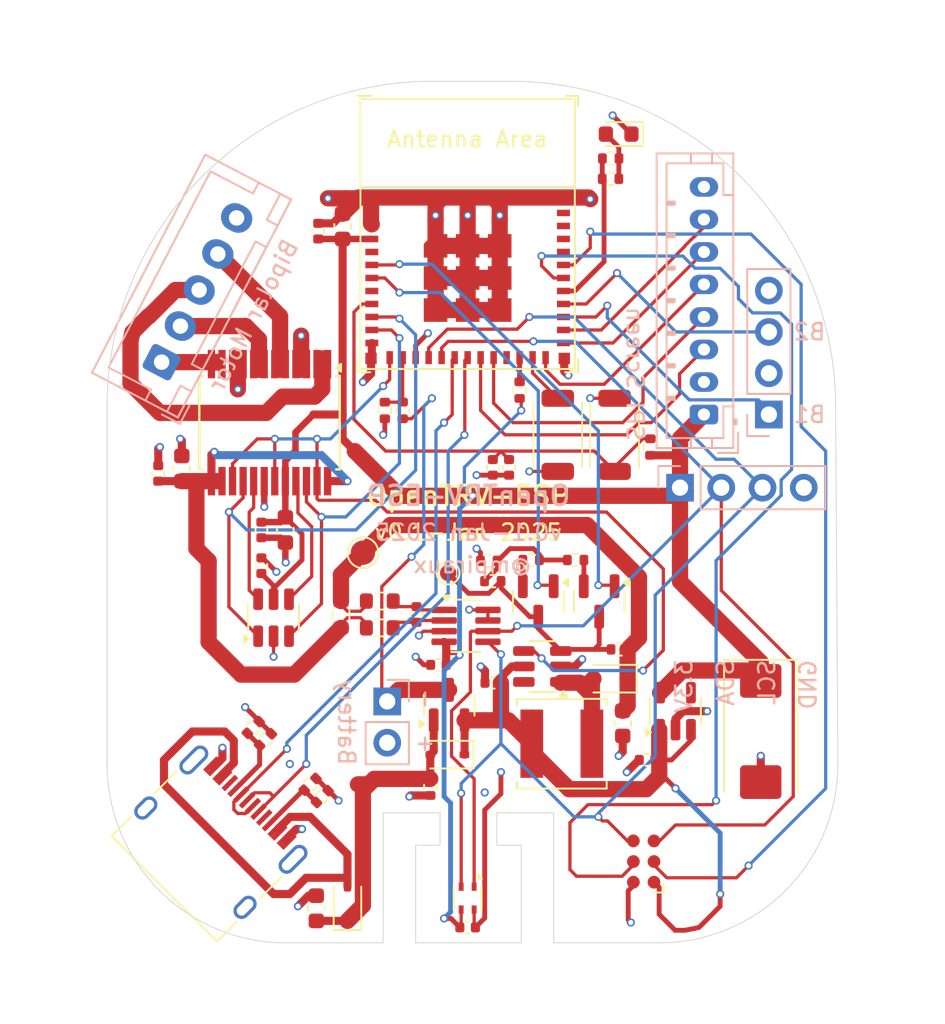
<source format=kicad_pcb>
(kicad_pcb (version 20240108) (generator "pcbnew") (generator_version "8.0")
  (layers (0 "F.Cu" signal) (1 "In1.Cu" power) (2 "In2.Cu" power) (31 "B.Cu" signal) (34 "B.Paste" user) (35 "F.Paste" user) (36 "B.SilkS" user "B.Silkscreen") (37 "F.SilkS" user "F.Silkscreen") (38 "B.Mask" user) (39 "F.Mask" user) (44 "Edge.Cuts" user))
  (net 0 "")
  (net 1 "GND")
  (net 2 "/V_BAT")
  (net 3 "+3.3V")
  (net 4 "+5V")
  (net 5 "/VIN_LS")
  (net 6 "/RXD")
  (net 7 "/SDA")
  (net 8 "/SCL")
  (net 9 "/TXD")
  (net 12 "/USB_D-")
  (net 13 "/USB_D+")
  (net 14 "Net-(P1-CC1)")
  (net 17 "Net-(P1-CC2)")
  (net 18 "/V_BAT_SENSE")
  (net 19 "/V_SM")
  (net 20 "/LED_CTRL")
  (net 21 "Net-(Q2-D)")
  (net 22 "Net-(Q2-S)")
  (net 23 "/SEL_12V_VMS")
  (net 24 "/SEL_9V_VMS")
  (net 25 "Net-(Q3-S)")
  (net 26 "/EN_SM")
  (net 27 "/DIR1")
  (net 28 "Net-(D4-K)")
  (net 29 "Net-(D4-A)")
  (net 30 "/VIN_5V")
  (net 31 "/DIR2")
  (net 32 "Net-(U3-EN{slash}CHIP_PU)")
  (net 33 "Net-(U7-IN-)")
  (net 34 "Net-(U7-IN+)")
  (net 35 "Net-(D2-A)")
  (net 36 "/BTN1")
  (net 37 "/BTN2")
  (net 39 "Net-(J5-Pin_4)")
  (net 40 "Net-(J5-Pin_1)")
  (net 41 "Net-(J5-Pin_3)")
  (net 42 "Net-(J5-Pin_2)")
  (net 43 "Net-(U3-GPIO8)")
  (net 44 "Net-(R13-Pad1)")
  (net 45 "Net-(U3-GPIO9)")
  (net 48 "/RST")
  (net 50 "/DC")
  (net 53 "/CLK")
  (net 55 "/CS")
  (net 56 "/DIN")
  (net 60 "Net-(U5-1Y)")
  (net 61 "Net-(U5-2Y)")
  (net 62 "/BUSY")
  (footprint "Resistor_SMD:R_0402_1005Metric" (layer "F.Cu") (at 75.54 79.95)
    (property "Reference" "R12" (hide yes))
    (property "Value" "1M")
  )
  (footprint "Package_TO_SOT_SMD:SOT-23-6" (layer "F.Cu") (at 54.25 78 90)
    (property "Reference" "U5" (hide yes))
    (property "Value" "SN74LVC2G14DBV")
  )
  (footprint "Capacitor_SMD:C_0603_1608Metric" (layer "F.Cu") (at 58.5 53.925 90)
    (property "Reference" "C5" (hide yes))
    (property "Value" "10µ")
  )
  (footprint "Capacitor_SMD:C_0402_1005Metric" (layer "F.Cu") (at 53.5 74.8 90)
    (property "Reference" "C10" (hide yes))
    (property "Value" "100n")
  )
  (footprint "Capacitor_SMD:C_0402_1005Metric" (layer "F.Cu") (at 63.05 77.8 -90)
    (property "Reference" "C18" (hide yes))
    (property "Value" "100n")
  )
  (footprint "Connector:Tag-Connect_TC2030-IDC-FP_2x03_P1.27mm_Vertical" (layer "F.Cu") (at 77.04 93 90)
    (property "Reference" "J1" (hide yes))
    (property "Value" "TagConnect_TC2030")
  )
  (footprint "Capacitor_SMD:C_0603_1608Metric" (layer "F.Cu") (at 48.6 68.825 90)
    (property "Reference" "C15" (hide yes))
    (property "Value" "10µ")
  )
  (footprint "Sensor_Humidity:Sensirion_DFN-4_1.5x1.5mm_P0.8mm_SHT4x_NoCentralPad" (layer "F.Cu") (at 66.2 95.25 -90)
    (property "Reference" "U1" (hide yes))
    (property "Value" "SHT40")
  )
  (footprint "Resistor_SMD:R_0402_1005Metric" (layer "F.Cu") (at 77.45 67.5 90)
    (property "Reference" "R3" (hide yes))
    (property "Value" "10k")
  )
  (footprint "Capacitor_SMD:C_0402_1005Metric" (layer "F.Cu") (at 67.75 68.75 90)
    (property "Reference" "C4" (hide yes))
    (property "Value" "100n")
  )
  (footprint "Capacitor_SMD:C_0402_1005Metric" (layer "F.Cu") (at 57 54.22 90)
    (property "Reference" "C7" (hide yes))
    (property "Value" "100n")
  )
  (footprint "Resistor_SMD:R_0402_1005Metric" (layer "F.Cu") (at 53 84.75 -135)
    (property "Reference" "R11" (hide yes))
    (property "Value" "10k")
  )
  (footprint "Resistor_SMD:R_0402_1005Metric" (layer "F.Cu") (at 70.11 74.45 180)
    (property "Reference" "R14" (hide yes))
    (property "Value" "180k")
  )
  (footprint "Capacitor_SMD:C_0603_1608Metric" (layer "F.Cu") (at 75.75 84.5 -90)
    (property "Reference" "C13" (hide yes))
    (property "Value" "10uF 25V X5R")
  )
  (footprint "Resistor_SMD:R_0402_1005Metric" (layer "F.Cu") (at 67.75 75.75)
    (property "Reference" "R15" (hide yes))
    (property "Value" "180k")
  )
  (footprint "Capacitor_SMD:C_0402_1005Metric" (layer "F.Cu") (at 67.75 82 180)
    (property "Reference" "C8" (hide yes))
    (property "Value" "1µ")
  )
  (footprint "Capacitor_Tantalum_SMD:CP_EIA-7343-20_Kemet-V" (layer "F.Cu") (at 84.25 85 -90)
    (property "Reference" "C6" (hide yes))
    (property "Value" "330uF 6.3V")
  )
  (footprint "Package_TO_SOT_SMD:SOT-23-5" (layer "F.Cu") (at 79 83.75 90)
    (property "Reference" "U2" (hide yes))
    (property "Value" "HT7833")
  )
  (footprint "Resistor_SMD:R_0402_1005Metric" (layer "F.Cu") (at 75 51)
    (property "Reference" "R7" (hide yes))
    (property "Value" "10k")
  )
  (footprint "Resistor_SMD:R_0603_1608Metric" (layer "F.Cu") (at 60.79 76.975 180)
    (property "Reference" "R17" (hide yes))
    (property "Value" "100R")
  )
  (footprint "MountingHole:MountingHole_2.7mm_M2.5" (layer "F.Cu") (at 47.6 76)
    (property "Reference" "REF**" (hide yes))
    (property "Value" "MountingHole_2.7mm_M2.5")
  )
  (footprint "Resistor_SMD:R_0402_1005Metric" (layer "F.Cu") (at 62.2 65.25 -90)
    (property "Reference" "R1" (hide yes))
    (property "Value" "1M")
  )
  (footprint "Capacitor_SMD:C_0402_1005Metric" (layer "F.Cu") (at 64.4 80.9 180)
    (property "Reference" "C17" (hide yes))
    (property "Value" "100n")
  )
  (footprint "MountingHole:MountingHole_2.7mm_M2.5" (layer "F.Cu") (at 85.4 76)
    (property "Reference" "REF**" (hide yes))
    (property "Value" "MountingHole_2.7mm_M2.5")
  )
  (footprint "Diode_SMD:D_SOD-323" (layer "F.Cu") (at 58.8 95.6 90)
    (property "Reference" "D3" (hide yes))
    (property "Value" "1N5819WS")
  )
  (footprint "Package_TO_SOT_SMD:SOT-23" (layer "F.Cu") (at 70.55 77 -90)
    (property "Reference" "Q3" (hide yes))
    (property "Value" "BSS123")
  )
  (footprint "Resistor_SMD:R_0402_1005Metric" (layer "F.Cu") (at 69.4 64 -90)
    (property "Reference" "R5" (hide yes))
    (property "Value" "10k")
  )
  (footprint "Capacitor_SMD:C_0603_1608Metric" (layer "F.Cu") (at 54.975 72.6 -90)
    (property "Reference" "C11" (hide yes))
    (property "Value" "10µ")
  )
  (footprint "Resistor_SMD:R_0603_1608Metric" (layer "F.Cu") (at 60.79 78.625 180)
    (property "Reference" "R19" (hide yes))
    (property "Value" "100R")
  )
  (footprint "Package_TO_SOT_SMD:SOT-23-8_Handsoldering" (layer "F.Cu") (at 66.1 78.5)
    (property "Reference" "U7" (hide yes))
    (property "Value" "INA219AxDCN")
  )
  (footprint "TestPoint:TestPoint_Pad_D1.0mm" (layer "F.Cu") (at 65 75.25)
    (property "Reference" "TP2" (hide yes))
    (property "Value" "V_SM")
  )
  (footprint "Inductor_SMD:L_Sunlord_SWPA5040S" (layer "F.Cu") (at 72 85.75)
    (property "Reference" "L1" (hide yes))
    (property "Value" "2.2uH")
  )
  (footprint "Resistor_SMD:R_0402_1005Metric" (layer "F.Cu") (at 57.25 89 45)
    (property "Reference" "R9" (hide yes))
    (property "Value" "10k")
  )
  (footprint "PCM_Espressif:ESP32-C6-MINI-1" (layer "F.Cu") (at 66.2 54.4)
    (property "Reference" "U3" (hide yes))
    (property "Value" "ESP32-C6-MINI-1/U")
  )
  (footprint "Capacitor_SMD:C_0402_1005Metric" (layer "F.Cu") (at 53.5 72.6 -90)
    (property "Reference" "C12" (hide yes))
    (property "Value" "100n")
  )
  (footprint "Resistor_SMD:R_0402_1005Metric" (layer "F.Cu") (at 72.85 74.45)
    (property "Reference" "R13" (hide yes))
    (property "Value" "180k")
  )
  (footprint "Package_TO_SOT_SMD:SOT-23" (layer "F.Cu") (at 65.06 83.375 90)
    (property "Reference" "Q1" (hide yes))
    (property "Value" "FDN340P")
  )
  (footprint "Capacitor_SMD:C_0402_1005Metric" (layer "F.Cu") (at 68.75 68.75 -90)
    (property "Reference" "C3" (hide yes))
    (property "Value" "1µ")
  )
  (footprint "Resistor_SMD:R_0402_1005Metric" (layer "F.Cu") (at 53.75 85.5 -135)
    (property "Reference" "R10" (hide yes))
    (property "Value" "10k")
  )
  (footprint "Connector_USB:USB_C_Receptacle_XKB_U262-16XN-4BVC11" (layer "F.Cu") (at 50.198475 92.001526 -45)
    (property "Reference" "P1" (hide yes))
    (property "Value" "USB_C_Plug_USB2.0")
  )
  (footprint "Package_TO_SOT_SMD:SOT-23-6" (layer "F.Cu") (at 70.8 81 180)
    (property "Reference" "U4" (hide yes))
    (property "Value" "TLV61048")
  )
  (footprint "Resistor_SMD:R_0402_1005Metric" (layer "F.Cu") (at 61.1 65.25 90)
    (property "Reference" "R2" (hide yes))
    (property "Value" "1M")
  )
  (footprint "Resistor_SMD:R_0402_1005Metric" (layer "F.Cu") (at 63.9 88.425 90)
    (property "Reference" "R4" (hide yes))
    (property "Value" "1M")
  )
  (footprint "Diode_SMD:D_SOD-323" (layer "F.Cu") (at 64.95 86.425 180)
    (property "Reference" "D1" (hide yes))
    (property "Value" "1N5819WS")
  )
  (footprint "Resistor_SMD:R_0603_1608Metric" (layer "F.Cu") (at 58.4 77.8 -90)
    (property "Reference" "R18" (hide yes))
    (property "Value" "20m")
  )
  (footprint "LED_SMD:LED_0603_1608Metric" (layer "F.Cu") (at 75.5 48.25 180)
    (property "Reference" "D2" (hide yes))
    (property "Value" "LED")
  )
  (footprint "Capacitor_SMD:C_0402_1005Metric" (layer "F.Cu") (at 47.15 69.12 90)
    (property "Reference" "C16" (hide yes))
    (property "Value" "100n")
  )
  (footprint "Resistor_SMD:R_0402_1005Metric" (layer "F.Cu") (at 67.5 74.5)
    (property "Reference" "R16" (hide yes))
    (property "Value" "10k")
  )
  (footprint "Package_TO_SOT_SMD:SOT-23" (layer "F.Cu") (at 74.3 77 -90)
    (property "Reference" "Q2" (hide yes))
    (property "Value" "BSS123")
  )
  (footprint "Resistor_SMD:R_0402_1005Metric" (layer "F.Cu") (at 75.01 49.75 180)
    (property "Reference" "R6" (hide yes))
    (property "Value" "10k")
  )
  (footprint "Capacitor_SMD:C_0603_1608Metric" (layer "F.Cu") (at 56.88 95.875 90)
    (property "Reference" "C9" (hide yes))
    (property "Value" "10µ")
  )
  (footprint "Package_SO:SSOP-24_5.3x8.2mm_P0.65mm" (layer "F.Cu") (at 54 66 -90)
    (property "Reference" "U6" (hide yes))
    (property "Value" "TB6612FNG")
  )
  (footprint "Capacitor_SMD:C_0402_1005Metric" (layer "F.Cu") (at 66.2 97.05)
    (property "Reference" "C1" (hide yes))
    (property "Value" "100n")
  )
  (footprint "mpiraux:DEALON_5.5x2m" (layer "F.Cu") (at 71.75 66.75 -90)
    (property "Reference" "SW2" (hide yes))
    (property "Value" "Boot")
  )
  (footprint "mpiraux:DEALON_5.5x2m" (layer "F.Cu") (at 75.25 66.75 -90)
    (property "Reference" "SW1" (hide yes))
    (property "Value" "EN Push")
  )
  (footprint "Resistor_SMD:R_0402_1005Metric" (layer "F.Cu") (at 56.5 88.25 45)
    (property "Reference" "R8" (hide yes))
    (property "Value" "10k")
  )
  (footprint "TestPoint:TestPoint_Pad_D1.5mm" (layer "F.Cu") (at 59.75 74)
    (property "Reference" "TP1" (hide yes))
    (property "Value" "V_SM")
  )
  (footprint "Capacitor_SMD:C_0402_1005Metric" (layer "F.Cu") (at 77.25 86.75 180)
    (property "Reference" "C2" (hide yes))
    (property "Value" "1µ")
  )
  (footprint "Diode_SMD:D_SOD-323" (layer "F.Cu") (at 75 81.75 180)
    (property "Reference" "D4" (hide yes))
    (property "Value" "1N5819WS")
  )
  (footprint "Connector_PinHeader_2.54mm:PinHeader_1x02_P2.54mm_Vertical" (layer "B.Cu") (at 61.25 83.15 180)
    (property "Reference" "BT1" (hide yes))
    (property "Value" "LiPo")
  )
  (footprint "Connector_JST:JST_XH_B5B-XH-A_1x05_P2.50mm_Vertical" (layer "B.Cu") (at 47.356937 62.277472 62.5)
    (property "Reference" "J5" (hide yes))
    (property "Value" "Stepper Motor")
  )
  (footprint "Connector_JST:JST_PH_B8B-PH-K_1x08_P2.00mm_Vertical" (layer "B.Cu") (at 80.75 65.5 90)
    (property "Reference" "J4" (hide yes))
    (property "Value" "Screen")
  )
  (footprint "Connector_PinHeader_2.54mm:PinHeader_1x04_P2.54mm_Vertical" (layer "B.Cu") (at 79.27825 70 -90)
    (property "Reference" "J2" (hide yes))
    (property "Value" "I2C")
  )
  (footprint "Connector_PinHeader_2.54mm:PinHeader_1x04_P2.54mm_Vertical" (layer "B.Cu") (at 84.75 65.5)
    (property "Reference" "J3" (hide yes))
    (property "Value" "Buttons")
  )
  (gr_line (start 69.5 98) (end 69.5 92) (stroke (width 0.05)) (layer "Edge.Cuts"))
  (gr_line (start 68.857856 45) (end 63.999992 45) (stroke (width 0.05)) (layer "Edge.Cuts"))
  (gr_line (start 77.999992 98) (end 71.499984 97.999999) (stroke (width 0.05)) (layer "Edge.Cuts"))
  (gr_line (start 43.999992 65) (end 43.999992 87) (stroke (width 0.05)) (layer "Edge.Cuts"))
  (gr_line (start 69.5 92) (end 68 92) (stroke (width 0.05)) (layer "Edge.Cuts"))
  (gr_line (start 71.5 90) (end 71.499984 97.999999) (stroke (width 0.05)) (layer "Edge.Cuts"))
  (gr_line (start 61 98) (end 54.749992 97.999999) (stroke (width 0.05)) (layer "Edge.Cuts"))
  (gr_line (start 61 90) (end 64.5 90) (stroke (width 0.05)) (layer "Edge.Cuts"))
  (gr_line (start 68 92) (end 68 90) (stroke (width 0.05)) (layer "Edge.Cuts"))
  (gr_arc (start 88.999992 87) (mid 85.778167 94.778175) (end 77.999992 98) (stroke (width 0.05)) (layer "Edge.Cuts"))
  (gr_arc (start 68.857856 45) (mid 82.999996 50.857862) (end 88.857856 65) (stroke (width 0.05)) (layer "Edge.Cuts"))
  (gr_line (start 61 98) (end 61 90) (stroke (width 0.05)) (layer "Edge.Cuts"))
  (gr_line (start 68 90) (end 71.5 90) (stroke (width 0.05)) (layer "Edge.Cuts"))
  (gr_arc (start 43.999992 65) (mid 49.857856 50.857864) (end 63.999992 45) (stroke (width 0.05)) (layer "Edge.Cuts"))
  (gr_line (start 64.5 92) (end 63 92) (stroke (width 0.05)) (layer "Edge.Cuts"))
  (gr_line (start 88.857856 65) (end 88.999992 87) (stroke (width 0.05)) (layer "Edge.Cuts"))
  (gr_line (start 63 92) (end 63 98) (stroke (width 0.05)) (layer "Edge.Cuts"))
  (gr_line (start 63 98) (end 69.5 98) (stroke (width 0.05)) (layer "Edge.Cuts"))
  (gr_line (start 64.5 90) (end 64.5 92) (stroke (width 0.05)) (layer "Edge.Cuts"))
  (gr_arc (start 54.749992 97.999999) (mid 47.131918 94.691286) (end 43.997152 87) (stroke (width 0.05)) (layer "Edge.Cuts"))
  (gr_text "v0.1-Jan 2025" (at 66.25 72.75 -0) (layer "B.SilkS") (effects (font (size 1 1)) (justify mirror)))
  (gr_text "OpenTRV-ESP" (at 66.25 70.5 -0) (layer "B.SilkS") (effects (font (size 1.2 1.2) (thickness 0.2) (bold yes)) (justify mirror)))
  (gr_text "@mpiraux" (at 66.5 74.75 0) (layer "B.SilkS") (effects (font (size 1 1)) (justify mirror)))
  (gr_text "SPI Screen" (at 76.5 63 -90) (layer "B.SilkS") (effects (font (size 1 1)) (justify mirror)))
  (gr_text "B2" (at 87.25 60.42 0) (layer "B.SilkS") (effects (font (size 1 1)) (justify mirror)))
  (gr_text "3.3V\n" (at 80.10825 80.5 90) (layer "B.SilkS") (effects (font (size 1 1)) (justify left bottom mirror)))
  (gr_text "+  -" (at 63.65 84.375 -90) (layer "B.SilkS") (effects (font (size 1 1)) (justify mirror)))
  (gr_text "SCL" (at 85.21 80.5 90) (layer "B.SilkS") (effects (font (size 1 1)) (justify left bottom mirror)))
  (gr_text "Bipolar Motor" (at 53 59.4 62.5) (layer "B.SilkS") (effects (font (size 1 1)) (justify mirror)))
  (gr_text "GND" (at 87.75 80.5 90) (layer "B.SilkS") (effects (font (size 1 1)) (justify left bottom mirror)))
  (gr_text "SDA" (at 82.67 80.5 90) (layer "B.SilkS") (effects (font (size 1 1)) (justify left bottom mirror)))
  (gr_text "B1" (at 87.25 65.5 0) (layer "B.SilkS") (effects (font (size 1 1)) (justify mirror)))
  (gr_text "Battery" (at 58.75 84.425 -90) (layer "B.SilkS") (effects (font (size 1 1)) (justify mirror)))
  (gr_text "v0.1-Jan 2025" (at 66.25 72.75 0) (layer "F.SilkS") (effects (font (size 1 1))))
  (gr_text "OpenTRV-ESP" (at 66.25 70.5 0) (layer "F.SilkS") (effects (font (size 1.2 1.2) (thickness 0.2) (bold yes))))
  (segment (start 58.7 52.2) (end 59.45 52.2) (width 1) (layer "F.Cu") (net 1))
  (segment (start 67.25 96.48) (end 66.68 97.05) (width 0.3) (layer "F.Cu") (net 1))
  (segment (start 47.15 67.6) (end 47.25 67.5) (width 0.5) (layer "F.Cu") (net 1))
  (segment (start 72.15 62.05) (end 72.15 62.8375) (width 0.5) (layer "F.Cu") (net 1))
  (segment (start 66.99 73.99) (end 66.75 73.75) (width 0.3) (layer "F.Cu") (net 1))
  (segment (start 67.27 81.27) (end 67 81) (width 0.5) (layer "F.Cu") (net 1))
  (segment (start 64.225 53.5) (end 64.225 52.575) (width 1) (layer "F.Cu") (net 1))
  (segment (start 59.075 52.575) (end 58.5 53.15) (width 1) (layer "F.Cu") (net 1))
  (segment (start 54.110624 85.110624) (end 52.5 83.5) (width 0.3) (layer "F.Cu") (net 1))
  (segment (start 51.1 86.645227) (end 50.56617 87.179057) (width 0.5) (layer "F.Cu") (net 1))
  (segment (start 51.1 86) (end 51.1 86.645227) (width 0.5) (layer "F.Cu") (net 1))
  (segment (start 55.654773 91) (end 55.020943 91.63383) (width 0.5) (layer "F.Cu") (net 1))
  (segment (start 68.25 88.830761) (end 67.25 89.830761) (width 0.3) (layer "F.Cu") (net 1))
  (segment (start 48.6 67.1) (end 48.5 67) (width 0.5) (layer "F.Cu") (net 1))
  (segment (start 66.75 69.23) (end 68.75 69.23) (width 0.3) (layer "F.Cu") (net 1))
  (segment (start 63.5 80.9) (end 63 80.4) (width 0.3) (layer "F.Cu") (net 1))
  (segment (start 64.75 78.83) (end 63.47 78.83) (width 0.2) (layer "F.Cu") (net 1))
  (segment (start 63.47 78.83) (end 63.2 79.1) (width 0.2) (layer "F.Cu") (net 1))
  (segment (start 57.91 53.74) (end 58.5 53.15) (width 0.5) (layer "F.Cu") (net 1))
  (segment (start 53.5 74.32) (end 53.57 74.32) (width 0.3) (layer "F.Cu") (net 1))
  (segment (start 72.8 81) (end 73.25 80.55) (width 0.5) (layer "F.Cu") (net 1))
  (segment (start 66.6 96.97) (end 66.68 97.05) (width 0.2) (layer "F.Cu") (net 1))
  (segment (start 60.25 52.15) (end 59.5 52.15) (width 1) (layer "F.Cu") (net 1))
  (segment (start 61.1 66.65) (end 61 66.75) (width 0.3) (layer "F.Cu") (net 1))
  (segment (start 68.25 87.5) (end 68.25 88.830761) (width 0.3) (layer "F.Cu") (net 1))
  (segment (start 60.25 62.05) (end 60.25 63) (width 0.5) (layer "F.Cu") (net 1))
  (segment (start 60.25 52.15) (end 60.25 53.75) (width 1) (layer "F.Cu") (net 1))
  (segment (start 56.860624 87.889376) (end 56.889376 87.889376) (width 0.3) (layer "F.Cu") (net 1))
  (segment (start 68.175 53.5) (end 68.175 52.575) (width 1) (layer "F.Cu") (net 1))
  (segment (start 66.2 59.075) (end 66.2 53.5) (width 1) (layer "F.Cu") (net 1))
  (segment (start 53.675 71.175) (end 53.675 69.6) (width 0.4) (layer "F.Cu") (net 1))
  (segment (start 62.675 88.935) (end 62.61 89) (width 0.5) (layer "F.Cu") (net 1))
  (segment (start 54.68 73.08) (end 54.975 73.375) (width 0.4) (layer "F.Cu") (net 1))
  (segment (start 75.75 85.275) (end 75.75 86.25) (width 0.5) (layer "F.Cu") (net 1))
  (segment (start 56 91) (end 55.654773 91) (width 0.5) (layer "F.Cu") (net 1))
  (segment (start 54.25 80.4) (end 54.25 79.1375) (width 0.2) (layer "F.Cu") (net 1))
  (segment (start 67.25 89.830761) (end 67.25 96.48) (width 0.3) (layer "F.Cu") (net 1))
  (segment (start 68.175 52.575) (end 67.8 52.2) (width 1) (layer "F.Cu") (net 1))
  (segment (start 53.5 73.08) (end 54.68 73.08) (width 0.4) (layer "F.Cu") (net 1))
  (segment (start 60.25 63) (end 59.75 63.5) (width 0.5) (layer "F.Cu") (net 1))
  (segment (start 75.25 64.5) (end 73.75 64.5) (width 0.2) (layer "F.Cu") (net 1))
  (segment (start 63 61.25) (end 63.75 60.5) (width 0.3) (layer "F.Cu") (net 1))
  (segment (start 63.92 80.9) (end 63.5 80.9) (width 0.3) (layer "F.Cu") (net 1))
  (segment (start 55.95 60.65) (end 55.95 62.75) (width 1) (layer "F.Cu") (net 1))
  (segment (start 56.4 95.1) (end 55.75 95.75) (width 0.5) (layer "F.Cu") (net 1))
  (segment (start 66.2 53.5) (end 66.2 52.2) (width 1) (layer "F.Cu") (net 1))
  (segment (start 66.6 95.95) (end 66.6 96.97) (width 0.2) (layer "F.Cu") (net 1))
  (segment (start 80.95 83.75) (end 79.475001 83.75) (width 0.5) (layer "F.Cu") (net 1))
  (segment (start 75.1275 47.1) (end 76.2775 48.25) (width 0.3) (layer "F.Cu") (net 1))
  (segment (start 68.175 55.125) (end 64.225 55.125) (width 1) (layer "F.Cu") (net 1))
  (segment (start 79 84.225001) (end 79 84.8875) (width 0.5) (layer "F.Cu") (net 1))
  (segment (start 60.25 53.75) (end 60.3 53.8) (width 1) (layer "F.Cu") (net 1))
  (segment (start 68.175 59.075) (end 68.175 53.5) (width 1) (layer "F.Cu") (net 1))
  (segment (start 56.88 95.1) (end 56.4 95.1) (width 0.5) (layer "F.Cu") (net 1))
  (segment (start 76.405 94.48) (end 76.08745 94.79755) (width 0.3) (layer "F.Cu") (net 1))
  (segment (start 66.99 74.5) (end 66.99 73.99) (width 0.3) (layer "F.Cu") (net 1))
  (segment (start 59.075 52.575) (end 58.7 52.2) (width 1) (layer "F.Cu") (net 1))
  (segment (start 76.77 86.75) (end 76.75 86.75) (width 0.5) (layer "F.Cu") (net 1))
  (segment (start 63.9 88.935) (end 62.675 88.935) (width 0.5) (layer "F.Cu") (net 1))
  (segment (start 79.475001 83.75) (end 79 84.225001) (width 0.5) (layer "F.Cu") (net 1))
  (segment (start 64.225 59.075) (end 68.175 59.075) (width 1) (layer "F.Cu") (net 1))
  (segment (start 76.75 86.75) (end 76 87.5) (width 0.5) (layer "F.Cu") (net 1))
  (segment (start 53.57 74.32) (end 54.425 75.175) (width 0.3) (layer "F.Cu") (net 1))
  (segment (start 59.45 52.2) (end 59.5 52.15) (width 1) (layer "F.Cu") (net 1))
  (segment (start 58.7 52.2) (end 57.6 52.2) (width 1) (layer "F.Cu") (net 1))
  (segment (start 72.15 62.8375) (end 72.4 63.0875) (width 0.5) (layer "F.Cu") (net 1))
  (segment (start 57 53.74) (end 57.91 53.74) (width 0.5) (layer "F.Cu") (net 1))
  (segment (start 60.25 52.15) (end 73.65 52.15) (width 1) (layer "F.Cu") (net 1))
  (segment (start 52.05 63.95) (end 52.05 62.1) (width 1) (layer "F.Cu") (net 1))
  (segment (start 67.27 82) (end 67.27 81.27) (width 0.5) (layer "F.Cu") (net 1))
  (segment (start 56.889376 87.889376) (end 58.25 89.25) (width 0.3) (layer "F.Cu") (net 1))
  (segment (start 71.75 69) (end 70 69) (width 0.2) (layer "F.Cu") (net 1))
  (segment (start 66.32 77.52) (end 67.45 77.52) (width 0.2) (layer "F.Cu") (net 1))
  (segment (start 64.225 59.075) (end 64.225 53.5) (width 1) (layer "F.Cu") (net 1))
  (segment (start 71.9375 81) (end 72.8 81) (width 0.5) (layer "F.Cu") (net 1))
  (segment (start 59.5 52.15) (end 59.075 52.575) (width 1) (layer "F.Cu") (net 1))
  (segment (start 54.975 74.575) (end 55 74.6) (width 0.4) (layer "F.Cu") (net 1))
  (segment (start 66.3 77.5) (end 66.32 77.52) (width 0.2) (layer "F.Cu") (net 1))
  (segment (start 63 62) (end 63 61.25) (width 0.3) (layer "F.Cu") (net 1))
  (segment (start 47.15 68.64) (end 47.15 67.6) (width 0.5) (layer "F.Cu") (net 1))
  (segment (start 54.975 73.375) (end 54.975 74.575) (width 0.4) (layer "F.Cu") (net 1))
  (segment (start 60.3 61.1) (end 60.3 62) (width 0.5) (layer "F.Cu") (net 1))
  (segment (start 76.08745 96.58745) (end 76.25 96.75) (width 0.3) (layer "F.Cu") (net 1))
  (segment (start 61.1 65.76) (end 61.1 66.65) (width 0.3) (layer "F.Cu") (net 1))
  (segment (start 64.225 57.1) (end 68.175 57.1) (width 1) (layer "F.Cu") (net 1))
  (segment (start 48.6 68.05) (end 48.6 67.1) (width 0.5) (layer "F.Cu") (net 1))
  (segment (start 73.65 52.15) (end 73.75 52.25) (width 1) (layer "F.Cu") (net 1))
  (segment (start 75.75 86.25) (end 75.5 86.5) (width 0.5) (layer "F.Cu") (net 1))
  (segment (start 67.45 78.17) (end 67.45 77.52) (width 0.2) (layer "F.Cu") (net 1))
  (segment (start 84.25 88.1125) (end 84.25 86.5) (width 0.5) (layer "F.Cu") (net 1))
  (segment (start 64.225 52.575) (end 64.6 52.2) (width 1) (layer "F.Cu") (net 1))
  (segment (start 76.08745 94.79755) (end 76.08745 96.58745) (width 0.3) (layer "F.Cu") (net 1))
  (via (at 53.675 71.175) (size 0.5) (drill 0.3) (layers "F.Cu" "B.Cu") (net 1))
  (via (at 70 69) (size 0.5) (drill 0.3) (layers "F.Cu" "B.Cu") (net 1))
  (via (at 76.25 96.75) (size 0.5) (drill 0.3) (layers "F.Cu" "B.Cu") (net 1))
  (via (at 66.75 73.75) (size 0.5) (drill 0.3) (layers "F.Cu" "B.Cu") (net 1))
  (via (at 54.425 75.175) (size 0.5) (drill 0.3) (layers "F.Cu" "B.Cu") (net 1))
  (via (at 56 91) (size 0.5) (drill 0.3) (layers "F.Cu" "B.Cu") (net 1))
  (via (at 58.25 89.25) (size 0.5) (drill 0.3) (layers "F.Cu" "B.Cu") (net 1))
  (via (at 67.25 88.75) (size 0.5) (drill 0.3) (layers "F.Cu" "B.Cu") (net 1))
  (via (at 55 74.6) (size 0.5) (drill 0.3) (layers "F.Cu" "B.Cu") (net 1))
  (via (at 73.25 80.55) (size 0.5) (drill 0.3) (layers "F.Cu" "B.Cu") (net 1))
  (via (at 55.25 87) (size 0.5) (drill 0.3) (layers "F.Cu" "B.Cu") (net 1))
  (via (at 61 66.75) (size 0.5) (drill 0.3) (layers "F.Cu" "B.Cu") (net 1))
  (via (at 72.4 63.0875) (size 0.5) (drill 0.3) (layers "F.Cu" "B.Cu") (net 1))
  (via (at 75.1275 47.1) (size 0.5) (drill 0.3) (layers "F.Cu" "B.Cu") (net 1))
  (via (at 48.5 67) (size 0.5) (drill 0.3) (layers "F.Cu" "B.Cu") (net 1))
  (via (at 68.25 87.5) (size 0.5) (drill 0.3) (layers "F.Cu" "B.Cu") (net 1))
  (via (at 66.2 53.25) (size 0.5) (drill 0.3) (layers "F.Cu" "B.Cu") (net 1))
  (via (at 84.25 86.5) (size 0.5) (drill 0.3) (layers "F.Cu" "B.Cu") (net 1))
  (via (at 66.3 77.5) (size 0.5) (drill 0.3) (layers "F.Cu" "B.Cu") (net 1))
  (via (at 76 87.5) (size 0.5) (drill 0.3) (layers "F.Cu" "B.Cu") (net 1))
  (via (at 75.5 86.5) (size 0.5) (drill 0.3) (layers "F.Cu" "B.Cu") (net 1))
  (via (at 55.95 60.65) (size 0.5) (drill 0.3) (layers "F.Cu" "B.Cu") (net 1))
  (via (at 55.75 95.75) (size 0.5) (drill 0.3) (layers "F.Cu" "B.Cu") (net 1))
  (via (at 67 81) (size 0.5) (drill 0.3) (layers "F.Cu" "B.Cu") (net 1))
  (via (at 63.2 79.1) (size 0.5) (drill 0.3) (layers "F.Cu" "B.Cu") (net 1))
  (via (at 64.225 53.25) (size 0.5) (drill 0.3) (layers "F.Cu" "B.Cu") (net 1))
  (via (at 52.05 63.95) (size 0.5) (drill 0.3) (layers "F.Cu" "B.Cu") (net 1))
  (via (at 73.75 52.25) (size 0.5) (drill 0.3) (layers "F.Cu" "B.Cu") (net 1))
  (via (at 80.95 83.75) (size 0.5) (drill 0.3) (layers "F.Cu" "B.Cu") (net 1))
  (via (at 54.25 80.4) (size 0.5) (drill 0.3) (layers "F.Cu" "B.Cu") (net 1))
  (via (at 59.75 63.5) (size 0.5) (drill 0.3) (layers "F.Cu" "B.Cu") (net 1))
  (via (at 52.5 83.5) (size 0.5) (drill 0.3) (layers "F.Cu" "B.Cu") (net 1))
  (via (at 73.75 64.5) (size 0.5) (drill 0.3) (layers "F.Cu" "B.Cu") (net 1))
  (via (at 57.6 52.2) (size 0.5) (drill 0.3) (layers "F.Cu" "B.Cu") (net 1))
  (via (at 51.1 86) (size 0.5) (drill 0.3) (layers "F.Cu" "B.Cu") (net 1))
  (via (at 47.25 67.5) (size 0.5) (drill 0.3) (layers "F.Cu" "B.Cu") (net 1))
  (via (at 62.61 89) (size 0.5) (drill 0.3) (layers "F.Cu" "B.Cu") (net 1))
  (via (at 63 80.4) (size 0.5) (drill 0.3) (layers "F.Cu" "B.Cu") (net 1))
  (via (at 68.175 53.25) (size 0.5) (drill 0.3) (layers "F.Cu" "B.Cu") (net 1))
  (via (at 63.75 60.5) (size 0.5) (drill 0.3) (layers "F.Cu" "B.Cu") (net 1))
  (via (at 66.75 69.23) (size 0.5) (drill 0.3) (layers "F.Cu" "B.Cu") (net 1))
  (segment (start 62.74 65.76) (end 62.2 65.76) (width 0.2) (layer "F.Cu") (net 2))
  (segment (start 61.9625 82.4375) (end 65.06 82.4375) (width 1) (layer "F.Cu") (net 2))
  (segment (start 60.915 76.085) (end 60.915 82.815) (width 0.2) (layer "F.Cu") (net 2))
  (segment (start 62.75 74.25) (end 60.915 76.085) (width 0.2) (layer "F.Cu") (net 2))
  (segment (start 64 64.5) (end 62.74 65.76) (width 0.2) (layer "F.Cu") (net 2))
  (segment (start 61.25 83.15) (end 61.9625 82.4375) (width 1) (layer "F.Cu") (net 2))
  (segment (start 60.915 82.815) (end 61.25 83.15) (width 0.2) (layer "F.Cu") (net 2))
  (via (at 64 64.5) (size 0.5) (drill 0.3) (layers "F.Cu" "B.Cu") (net 2))
  (via (at 62.75 74.25) (size 0.5) (drill 0.3) (layers "F.Cu" "B.Cu") (net 2))
  (segment (start 63.5 73.5) (end 63.5 65) (width 0.2) (layer "B.Cu") (net 2))
  (segment (start 62.75 74.25) (end 63.5 73.5) (width 0.2) (layer "B.Cu") (net 2))
  (segment (start 63.5 65) (end 64 64.5) (width 0.2) (layer "B.Cu") (net 2))
  (segment (start 56 72.85) (end 54.975 71.825) (width 0.3) (layer "F.Cu") (net 3))
  (segment (start 56 74.448529) (end 56 72.85) (width 0.3) (layer "F.Cu") (net 3))
  (segment (start 55.6 67.725) (end 55.6 66.6) (width 0.4) (layer "F.Cu") (net 3))
  (segment (start 54.25 76.8625) (end 54.25 76.198529) (width 0.3) (layer "F.Cu") (net 3))
  (segment (start 64.75 96.5) (end 65.17 96.5) (width 0.3) (layer "F.Cu") (net 3))
  (segment (start 64.88 80.9) (end 64.88 80.15) (width 0.5) (layer "F.Cu") (net 3))
  (segment (start 69.5 64.61) (end 69.4 64.51) (width 0.2) (layer "F.Cu") (net 3))
  (segment (start 58.5 54.7) (end 57 54.7) (width 0.4) (layer "F.Cu") (net 3))
  (segment (start 65.8 95.95) (end 65.8 96.97) (width 0.2) (layer "F.Cu") (net 3))
  (segment (start 58.5 54.7) (end 58.5 65.5) (width 0.5) (layer "F.Cu") (net 3))
  (segment (start 64.88 79.61) (end 64.75 79.48) (width 0.5) (layer "F.Cu") (net 3))
  (segment (start 65.55 80.15) (end 65.7 80.3) (width 0.3) (layer "F.Cu") (net 3))
  (segment (start 79.27825 68) (end 79.27825 66.97175) (width 1) (layer "F.Cu") (net 3))
  (segment (start 69.5 65.25) (end 69.5 64.61) (width 0.2) (layer "F.Cu") (net 3))
  (segment (start 53.5 75.28) (end 54.25 76.03) (width 0.3) (layer "F.Cu") (net 3))
  (segment (start 64.88 80.15) (end 64.88 79.61) (width 0.5) (layer "F.Cu") (net 3))
  (segment (start 79.26825 68.01) (end 79.27825 68) (width 0.5) (layer "F.Cu") (net 3))
  (segment (start 58.5 65.5) (end 58.5 67) (width 0.5) (layer "F.Cu") (net 3))
  (segment (start 54.975 69.6) (end 54.975 68.35) (width 0.4) (layer "F.Cu") (net 3))
  (segment (start 79.27825 75.77825) (end 79.27825 70) (width 1) (layer "F.Cu") (net 3))
  (segment (start 84.25 80.75) (end 79.27825 75.77825) (width 1) (layer "F.Cu") (net 3))
  (segment (start 64.88 80.15) (end 65.55 80.15) (width 0.3) (layer "F.Cu") (net 3))
  (segment (start 55.6 66.6) (end 56.7 65.5) (width 0.4) (layer "F.Cu") (net 3))
  (segment (start 54.68 72.12) (end 54.975 71.825) (width 0.4) (layer "F.Cu") (net 3))
  (segment (start 83.75 81.25) (end 84.25 80.75) (width 1) (layer "F.Cu") (net 3))
  (segment (start 58.5 67) (end 59.25 67.75) (width 0.5) (layer "F.Cu") (net 3))
  (segment (start 65.8 96.97) (end 65.72 97.05) (width 0.2) (layer "F.Cu") (net 3))
  (segment (start 65.17 96.5) (end 65.72 97.05) (width 0.3) (layer "F.Cu") (net 3))
  (segment (start 62 70.5) (end 66.5 70.5) (width 1) (layer "F.Cu") (net 3))
  (segment (start 60.3 54.7) (end 58.5 54.7) (width 0.4) (layer "F.Cu") (net 3))
  (segment (start 53.5 72.12) (end 54.68 72.12) (width 0.4) (layer "F.Cu") (net 3))
  (segment (start 66.5 70.5) (end 78.77825 70.5) (width 1) (layer "F.Cu") (net 3))
  (segment (start 78.05 82.6125) (end 79.4125 81.25) (width 1) (layer "F.Cu") (net 3))
  (segment (start 59.25 67.75) (end 62 70.5) (width 1) (layer "F.Cu") (net 3))
  (segment (start 77.45 68.01) (end 79.26825 68.01) (width 0.5) (layer "F.Cu") (net 3))
  (segment (start 54.975 69.6) (end 54.975 71.825) (width 0.4) (layer "F.Cu") (net 3))
  (segment (start 54.25 76.198529) (end 56 74.448529) (width 0.3) (layer "F.Cu") (net 3))
  (segment (start 56.7 65.5) (end 58.5 65.5) (width 0.5) (layer "F.Cu") (net 3))
  (segment (start 79.27825 70) (end 79.27825 68) (width 1) (layer "F.Cu") (net 3))
  (segment (start 54.25 76.03) (end 54.25 76.8625) (width 0.3) (layer "F.Cu") (net 3))
  (segment (start 79.27825 66.97175) (end 80.75 65.5) (width 1) (layer "F.Cu") (net 3))
  (segment (start 79.4125 81.25) (end 83.75 81.25) (width 1) (layer "F.Cu") (net 3))
  (segment (start 54.975 68.35) (end 55.6 67.725) (width 0.4) (layer "F.Cu") (net 3))
  (segment (start 78.77825 70.5) (end 79.27825 70) (width 1) (layer "F.Cu") (net 3))
  (via (at 66.5 70.5) (size 0.5) (drill 0.3) (layers "F.Cu" "B.Cu") (net 3))
  (via (at 69.5 65.25) (size 0.5) (drill 0.3) (layers "F.Cu" "B.Cu") (net 3))
  (via (at 64.75 96.5) (size 0.5) (drill 0.3) (layers "F.Cu" "B.Cu") (net 3))
  (via (at 65.7 80.3) (size 0.5) (drill 0.3) (layers "F.Cu" "B.Cu") (net 3))
  (segment (start 66.5 70.5) (end 65.7 71.3) (width 0.3) (layer "B.Cu") (net 3))
  (segment (start 65.15 89.4) (end 65.15 96.1) (width 0.3) (layer "B.Cu") (net 3))
  (segment (start 65.7 80.3) (end 64.75 81.25) (width 0.3) (layer "B.Cu") (net 3))
  (segment (start 66.5 70.5) (end 66 70) (width 0.2) (layer "B.Cu") (net 3))
  (segment (start 66 68.75) (end 69.5 65.25) (width 0.2) (layer "B.Cu") (net 3))
  (segment (start 64.75 89) (end 65.15 89.4) (width 0.3) (layer "B.Cu") (net 3))
  (segment (start 64.75 81.25) (end 64.75 89) (width 0.3) (layer "B.Cu") (net 3))
  (segment (start 66 69) (end 66 68.75) (width 0.2) (layer "B.Cu") (net 3))
  (segment (start 65.7 71.3) (end 65.7 80.3) (width 0.3) (layer "B.Cu") (net 3))
  (segment (start 66 70) (end 66 69) (width 0.2) (layer "B.Cu") (net 3))
  (segment (start 65.15 96.1) (end 64.75 96.5) (width 0.3) (layer "B.Cu") (net 3))
  (segment (start 59.75 95.7) (end 59.75 88.61) (width 1) (layer "F.Cu") (net 4))
  (segment (start 59.445786 88.25) (end 60.11 88.25) (width 1) (layer "F.Cu") (net 4))
  (segment (start 60.445 87.915) (end 63.9 87.915) (width 1) (layer "F.Cu") (net 4))
  (segment (start 63.9 86.425) (end 63.9 87.915) (width 0.5) (layer "F.Cu") (net 4))
  (segment (start 59.75 88.61) (end 60.11 88.25) (width 1) (layer "F.Cu") (net 4))
  (segment (start 58.8 96.65) (end 59.75 95.7) (width 1) (layer "F.Cu") (net 4))
  (segment (start 64.11 86.215) (end 63.9 86.425) (width 0.5) (layer "F.Cu") (net 4))
  (segment (start 60.11 88.25) (end 60.445 87.915) (width 1) (layer "F.Cu") (net 4))
  (segment (start 64.11 84.3125) (end 64.11 86.215) (width 0.5) (layer "F.Cu") (net 4))
  (segment (start 56.88 96.65) (end 58.8 96.65) (width 0.5) (layer "F.Cu") (net 4))
  (segment (start 80.452402 97.047598) (end 81.75 95.75) (width 0.3) (layer "F.Cu") (net 5))
  (segment (start 68.920001 81) (end 69.6625 81) (width 0.5) (layer "F.Cu") (net 5))
  (segment (start 77.2 88.55) (end 78 87.75) (width 1) (layer "F.Cu") (net 5))
  (segment (start 79.95 85.549999) (end 78.749999 86.75) (width 0.3) (layer "F.Cu") (net 5))
  (segment (start 81.75 95.75) (end 81.75 95) (width 0.3) (layer "F.Cu") (net 5))
  (segment (start 68 84.3125) (end 68.7125 84.3125) (width 1) (layer "F.Cu") (net 5))
  (segment (start 79.95 84.8875) (end 79.95 85.549999) (width 0.3) (layer "F.Cu") (net 5))
  (segment (start 78 87.75) (end 78 84.8875) (width 1) (layer "F.Cu") (net 5))
  (segment (start 79.556882 97.229455) (end 80.171683 97.116789) (width 0.3) (layer "F.Cu") (net 5))
  (segment (start 66.01 86.415) (end 66 86.425) (width 0.5) (layer "F.Cu") (net 5))
  (segment (start 68 84.3125) (end 68.25 84.0625) (width 1) (layer "F.Cu") (net 5))
  (segment (start 70.15 86.25) (end 72.45 88.55) (width 1) (layer "F.Cu") (net 5))
  (segment (start 77.99255 94.58755) (end 77.99255 96.24255) (width 0.3) (layer "F.Cu") (net 5))
  (segment (start 72.45 88.55) (end 77.2 88.55) (width 1) (layer "F.Cu") (net 5))
  (segment (start 80.171683 97.116789) (end 80.452402 97.047598) (width 0.3) (layer "F.Cu") (net 5))
  (segment (start 66.01 84.3125) (end 66.01 86.415) (width 0.5) (layer "F.Cu") (net 5))
  (segment (start 68.23 81.690001) (end 68.920001 81) (width 0.5) (layer "F.Cu") (net 5))
  (segment (start 78.25 87.75) (end 78 87.75) (width 0.3) (layer "F.Cu") (net 5))
  (segment (start 78.979455 97.229455) (end 79.556882 97.229455) (width 0.3) (layer "F.Cu") (net 5))
  (segment (start 68.25 84.0625) (end 68.25 82) (width 1) (layer "F.Cu") (net 5))
  (segment (start 78.749999 86.75) (end 77.73 86.75) (width 0.3) (layer "F.Cu") (net 5))
  (segment (start 79 88.5) (end 78.25 87.75) (width 0.3) (layer "F.Cu") (net 5))
  (segment (start 66.01 84.3125) (end 68 84.3125) (width 1) (layer "F.Cu") (net 5))
  (segment (start 77.99255 96.24255) (end 78.979455 97.229455) (width 0.3) (layer "F.Cu") (net 5))
  (segment (start 68.7125 84.3125) (end 70.15 85.75) (width 1) (layer "F.Cu") (net 5))
  (segment (start 68.23 82) (end 68.23 81.690001) (width 0.5) (layer "F.Cu") (net 5))
  (segment (start 77.675 94.27) (end 77.99255 94.58755) (width 0.3) (layer "F.Cu") (net 5))
  (via (at 79 88.5) (size 0.5) (drill 0.3) (layers "F.Cu" "B.Cu") (net 5))
  (via (at 81.75 95) (size 0.5) (drill 0.3) (layers "F.Cu" "B.Cu") (net 5))
  (segment (start 81.75 95) (end 81.75 91.25) (width 0.3) (layer "B.Cu") (net 5))
  (segment (start 81.75 91.25) (end 79 88.5) (width 0.3) (layer "B.Cu") (net 5))
  (segment (start 70.75 56.35) (end 70.75 55.75) (width 0.2) (layer "F.Cu") (net 6))
  (segment (start 73.611091 89.5) (end 81.25 89.5) (width 0.2) (layer "F.Cu") (net 6))
  (segment (start 72.5 93.5) (end 72.5 90.611091) (width 0.2) (layer "F.Cu") (net 6))
  (segment (start 81.25 89.5) (end 81.5 89.25) (width 0.2) (layer "F.Cu") (net 6))
  (segment (start 72.1 57.1) (end 71.5 57.1) (width 0.2) (layer "F.Cu") (net 6))
  (segment (start 72.90245 93.90245) (end 72.5 93.5) (width 0.2) (layer "F.Cu") (net 6))
  (segment (start 72.5 90.611091) (end 73.611091 89.5) (width 0.2) (layer "F.Cu") (net 6))
  (segment (start 76.405 93.21) (end 75.71255 93.90245) (width 0.2) (layer "F.Cu") (net 6))
  (segment (start 75.71255 93.90245) (end 72.90245 93.90245) (width 0.2) (layer "F.Cu") (net 6))
  (segment (start 71.5 57.1) (end 70.75 56.35) (width 0.2) (layer "F.Cu") (net 6))
  (via (at 70.75 55.75) (size 0.5) (drill 0.3) (layers "F.Cu" "B.Cu") (net 6))
  (via (at 81.5 89.25) (size 0.5) (drill 0.3) (layers "F.Cu" "B.Cu") (net 6))
  (segment (start 86.15 59.943654) (end 86.15 68.881904) (width 0.2) (layer "B.Cu") (net 6))
  (segment (start 81.5 74.484596) (end 81.5 89.25) (width 0.2) (layer "B.Cu") (net 6))
  (segment (start 85.50825 70.476346) (end 81.5 74.484596) (width 0.2) (layer "B.Cu") (net 6))
  (segment (start 80.202208 56.5) (end 81.75 56.5) (width 0.2) (layer "B.Cu") (net 6))
  (segment (start 82.875 58.375) (end 83.75 59.25) (width 0.2) (layer "B.Cu") (net 6))
  (segment (start 81.75 56.5) (end 82.875 57.625) (width 0.2) (layer "B.Cu") (net 6))
  (segment (start 85.50825 69.523654) (end 85.50825 70.476346) (width 0.2) (layer "B.Cu") (net 6))
  (segment (start 85.456346 59.25) (end 86.15 59.943654) (width 0.2) (layer "B.Cu") (net 6))
  (segment (start 79.452208 55.75) (end 80.202208 56.5) (width 0.2) (layer "B.Cu") (net 6))
  (segment (start 70.75 55.75) (end 79.452208 55.75) (width 0.2) (layer "B.Cu") (net 6))
  (segment (start 82.875 57.625) (end 82.875 58.375) (width 0.2) (layer "B.Cu") (net 6))
  (segment (start 86.15 68.881904) (end 85.50825 69.523654) (width 0.2) (layer "B.Cu") (net 6))
  (segment (start 83.75 59.25) (end 85.456346 59.25) (width 0.2) (layer "B.Cu") (net 6))
  (segment (start 66.37 78.901544) (end 66.441544 78.83) (width 0.2) (layer "F.Cu") (net 7))
  (segment (start 68.92 78.83) (end 67.45 78.83) (width 0.2) (layer "F.Cu") (net 7))
  (segment (start 79 90.75) (end 77.81 91.94) (width 0.2) (layer "F.Cu") (net 7))
  (segment (start 65 61) (end 70.25 61) (width 0.2) (layer "F.Cu") (net 7))
  (segment (start 86.25 80.75) (end 86.25 89) (width 0.2) (layer "F.Cu") (net 7))
  (segment (start 64.6 61.4) (end 65 61) (width 0.2) (layer "F.Cu") (net 7))
  (segment (start 69.25 78.5) (end 68.92 78.83) (width 0.2) (layer "F.Cu") (net 7))
  (segment (start 86.25 89) (end 84.5 90.75) (width 0.2) (layer "F.Cu") (net 7))
  (segment (start 81.81825 76.31825) (end 86.25 80.75) (width 0.2) (layer "F.Cu") (net 7))
  (segment (start 64.6 62) (end 64.6 61.4) (width 0.2) (layer "F.Cu") (net 7))
  (segment (start 66.6 94.55) (end 66.6 87.91148) (width 0.2) (layer "F.Cu") (net 7))
  (segment (start 66.441544 78.83) (end 67.45 78.83) (width 0.2) (layer "F.Cu") (net 7))
  (segment (start 84.5 90.75) (end 79 90.75) (width 0.2) (layer "F.Cu") (net 7))
  (segment (start 65.21 86.52148) (end 65.21 83.734448) (width 0.2) (layer "F.Cu") (net 7))
  (segment (start 65.21 83.734448) (end 66.37 82.574448) (width 0.2) (layer "F.Cu") (net 7))
  (segment (start 77.81 91.94) (end 77.675 91.94) (width 0.2) (layer "F.Cu") (net 7))
  (segment (start 66.6 87.91148) (end 65.21 86.52148) (width 0.2) (layer "F.Cu") (net 7))
  (segment (start 81.81825 70) (end 81.81825 76.31825) (width 0.2) (layer "F.Cu") (net 7))
  (segment (start 66.37 82.574448) (end 66.37 78.901544) (width 0.2) (layer "F.Cu") (net 7))
  (via (at 69.25 78.5) (size 0.5) (drill 0.3) (layers "F.Cu" "B.Cu") (net 7))
  (via (at 70.25 61) (size 0.5) (drill 0.3) (layers "F.Cu" "B.Cu") (net 7))
  (segment (start 73.31825 78.5) (end 69.25 78.5) (width 0.2) (layer "B.Cu") (net 7))
  (segment (start 81.81825 70) (end 73.31825 78.5) (width 0.2) (layer "B.Cu") (net 7))
  (segment (start 70.25 61) (end 72.81825 61) (width 0.2) (layer "B.Cu") (net 7))
  (segment (start 72.81825 61) (end 81.81825 70) (width 0.2) (layer "B.Cu") (net 7))
  (segment (start 65.8 88.8) (end 65.8 94.55) (width 0.2) (layer "F.Cu") (net 8))
  (segment (start 69.25 60.25) (end 70 59.5) (width 0.2) (layer "F.Cu") (net 8))
  (segment (start 74.5 90.5) (end 74.809283 90.5) (width 0.2) (layer "F.Cu") (net 8))
  (segment (start 63.8 61.4) (end 64.95 60.25) (width 0.2) (layer "F.Cu") (net 8))
  (segment (start 68.22 80.25) (end 67.45 79.48) (width 0.2) (layer "F.Cu") (net 8))
  (segment (start 74.809283 90.5) (end 76.039283 91.73) (width 0.2) (layer "F.Cu") (net 8))
  (segment (start 68.25 80.25) (end 68.22 80.25) (width 0.2) (layer "F.Cu") (net 8))
  (segment (start 74.25 90.25) (end 74.5 90.5) (width 0.2) (layer "F.Cu") (net 8))
  (segment (start 63.8 62) (end 63.8 61.4) (width 0.2) (layer "F.Cu") (net 8))
  (segment (start 64.95 60.25) (end 69.25 60.25) (width 0.2) (layer "F.Cu") (net 8))
  (segment (start 76.039283 91.73) (end 76.405 91.73) (width 0.2) (layer "F.Cu") (net 8))
  (via (at 74.25 90.25) (size 0.5) (drill 0.3) (layers "F.Cu" "B.Cu") (net 8))
  (via (at 68.25 80.25) (size 0.5) (drill 0.3) (layers "F.Cu" "B.Cu") (net 8))
  (via (at 65.8 88.8) (size 0.5) (drill 0.3) (layers "F.Cu" "B.Cu") (net 8))
  (via (at 70 59.5) (size 0.5) (drill 0.3) (layers "F.Cu" "B.Cu") (net 8))
  (segment (start 68.25 85.75) (end 72.75 90.25) (width 0.2) (layer "B.Cu") (net 8))
  (segment (start 65.8 88.8) (end 65.8 88.2) (width 0.2) (layer "B.Cu") (net 8))
  (segment (start 68.25 85.75) (end 68.25 80.25) (width 0.2) (layer "B.Cu") (net 8))
  (segment (start 84.35825 70) (end 77.75 76.60825) (width 0.2) (layer "B.Cu") (net 8))
  (segment (start 74.25 90.027818) (end 74.25 90.25) (width 0.2) (layer "B.Cu") (net 8))
  (segment (start 65.8 88.2) (end 68.25 85.75) (width 0.2) (layer "B.Cu") (net 8))
  (segment (start 72.75 90.25) (end 74.25 90.25) (width 0.2) (layer "B.Cu") (net 8))
  (segment (start 81.5 68.25) (end 82.60825 68.25) (width 0.2) (layer "B.Cu") (net 8))
  (segment (start 77.75 76.60825) (end 77.75 86.527818) (width 0.2) (layer "B.Cu") (net 8))
  (segment (start 70 59.5) (end 72.75 59.5) (width 0.2) (layer "B.Cu") (net 8))
  (segment (start 72.75 59.5) (end 81.5 68.25) (width 0.2) (layer "B.Cu") (net 8))
  (segment (start 82.60825 68.25) (end 84.35825 70) (width 0.2) (layer "B.Cu") (net 8))
  (segment (start 77.75 86.527818) (end 74.25 90.027818) (width 0.2) (layer "B.Cu") (net 8))
  (segment (start 82.75 94) (end 78.465 94) (width 0.2) (layer "F.Cu") (net 9))
  (segment (start 73.75 55.25) (end 73.75 54.25) (width 0.2) (layer "F.Cu") (net 9))
  (segment (start 72.7 56.3) (end 73.75 55.25) (width 0.2) (layer "F.Cu") (net 9))
  (segment (start 72.1 56.3) (end 72.7 56.3) (width 0.2) (layer "F.Cu") (net 9))
  (segment (start 78.465 94) (end 77.675 93.21) (width 0.2) (layer "F.Cu") (net 9))
  (segment (start 83.5 93.25) (end 82.75 94) (width 0.2) (layer "F.Cu") (net 9))
  (via (at 83.5 93.25) (size 0.5) (drill 0.3) (layers "F.Cu" "B.Cu") (net 9))
  (via (at 73.75 54.25) (size 0.5) (drill 0.3) (layers "F.Cu" "B.Cu") (net 9))
  (segment (start 88.25 88.5) (end 83.5 93.25) (width 0.2) (layer "B.Cu") (net 9))
  (segment (start 88.25 67.75) (end 88.25 88.5) (width 0.2) (layer "B.Cu") (net 9))
  (segment (start 83.65 54.4) (end 86.735776 57.485776) (width 0.2) (layer "B.Cu") (net 9))
  (segment (start 86.735776 66.235776) (end 88.25 67.75) (width 0.2) (layer "B.Cu") (net 9))
  (segment (start 73.75 54.25) (end 73.9 54.4) (width 0.2) (layer "B.Cu") (net 9))
  (segment (start 86.735776 57.485776) (end 86.735776 66.235776) (width 0.2) (layer "B.Cu") (net 9))
  (segment (start 73.9 54.4) (end 83.65 54.4) (width 0.2) (layer "B.Cu") (net 9))
  (segment (start 65.25 65.5) (end 65.25 62.15) (width 0.2) (layer "F.Cu") (net 12))
  (segment (start 51.804128 89.804128) (end 52.042319 90.042319) (width 0.2) (layer "F.Cu") (net 12))
  (segment (start 52.511236 90.042319) (end 52.970334 89.583221) (width 0.2) (layer "F.Cu") (net 12))
  (segment (start 52.042319 90.042319) (end 52.511236 90.042319) (width 0.2) (layer "F.Cu") (net 12))
  (segment (start 65.25 62.15) (end 65.4 62) (width 0.2) (layer "F.Cu") (net 12))
  (segment (start 55.069671 86.069671) (end 55.06967 86.069671) (width 0.2) (layer "F.Cu") (net 12))
  (segment (start 64.75 66) (end 65.25 65.5) (width 0.2) (layer "F.Cu") (net 12))
  (segment (start 55.06967 86.069671) (end 52.263227 88.876114) (width 0.2) (layer "F.Cu") (net 12))
  (segment (start 52.263227 88.876114) (end 51.804128 89.335213) (width 0.2) (layer "F.Cu") (net 12))
  (segment (start 51.804128 89.335213) (end 51.804128 89.804128) (width 0.2) (layer "F.Cu") (net 12))
  (via (at 64.75 66) (size 0.5) (drill 0.3) (layers "F.Cu" "B.Cu") (net 12))
  (via (at 55.069671 86.069671) (size 0.5) (drill 0.3) (layers "F.Cu" "B.Cu") (net 12))
  (segment (start 64.25 76.5) (end 55.069671 85.680329) (width 0.2) (layer "B.Cu") (net 12))
  (segment (start 55.069671 85.680329) (end 55.069671 86.069671) (width 0.2) (layer "B.Cu") (net 12))
  (segment (start 64.25 66.5) (end 64.25 76.5) (width 0.2) (layer "B.Cu") (net 12))
  (segment (start 64.75 66) (end 64.25 66.5) (width 0.2) (layer "B.Cu") (net 12))
  (segment (start 66 66.75) (end 66.025001 66.724999) (width 0.2) (layer "F.Cu") (net 13))
  (segment (start 52.61678 89.229667) (end 53.075878 88.770569) (width 0.2) (layer "F.Cu") (net 13))
  (segment (start 56.265166 86.995495) (end 56.265166 86.995496) (width 0.2) (layer "F.Cu") (net 13))
  (segment (start 66.025001 62.174999) (end 66.2 62) (width 0.2) (layer "F.Cu") (net 13))
  (segment (start 56.265166 86.995496) (end 54.255331 89.005331) (width 0.2) (layer "F.Cu") (net 13))
  (segment (start 66.025001 66.724999) (end 66.025001 62.174999) (width 0.2) (layer "F.Cu") (net 13))
  (segment (start 54.020569 88.770569) (end 54.255331 89.005331) (width 0.2) (layer "F.Cu") (net 13))
  (segment (start 53.323887 89.936774) (end 54.255331 89.005331) (width 0.2) (layer "F.Cu") (net 13))
  (segment (start 53.075878 88.770569) (end 54.020569 88.770569) (width 0.2) (layer "F.Cu") (net 13))
  (via (at 56.265166 86.995495) (size 0.5) (drill 0.3) (layers "F.Cu" "B.Cu") (net 13))
  (via (at 66 66.75) (size 0.5) (drill 0.3) (layers "F.Cu" "B.Cu") (net 13))
  (segment (start 66 66.75) (end 65 67.75) (width 0.2) (layer "B.Cu") (net 13))
  (segment (start 65 76.5) (end 56.265166 85.234834) (width 0.2) (layer "B.Cu") (net 13))
  (segment (start 56.265166 85.234834) (end 56.265166 86.995495) (width 0.2) (layer "B.Cu") (net 13))
  (segment (start 65 67.75) (end 65 76.5) (width 0.2) (layer "B.Cu") (net 13))
  (segment (start 53.389376 87.042858) (end 53.389376 85.860624) (width 0.3) (layer "F.Cu") (net 14))
  (segment (start 51.909673 88.522561) (end 53.389376 87.042858) (width 0.3) (layer "F.Cu") (net 14))
  (segment (start 53.389376 85.860624) (end 52.639376 85.110624) (width 0.3) (layer "F.Cu") (net 14))
  (segment (start 54.030994 90.643881) (end 56.064251 88.610624) (width 0.3) (layer "F.Cu") (net 17))
  (segment (start 56.139376 88.610624) (end 56.889376 89.360624) (width 0.3) (layer "F.Cu") (net 17))
  (segment (start 62.2 64.74) (end 62.2 62) (width 0.2) (layer "F.Cu") (net 18))
  (segment (start 61.1 64.74) (end 62.2 64.74) (width 0.2) (layer "F.Cu") (net 18))
  (segment (start 50.25 79.5) (end 52.25 81.5) (width 1) (layer "F.Cu") (net 19))
  (segment (start 58.4 78.4) (end 58.8 78) (width 0.2) (layer "F.Cu") (net 19))
  (segment (start 49.5 69.6) (end 50.8 69.6) (width 1) (layer "F.Cu") (net 19))
  (segment (start 48.6 69.6) (end 49.5 69.6) (width 1) (layer "F.Cu") (net 19))
  (segment (start 50.25 74.5) (end 50.25 79.5) (width 1) (layer "F.Cu") (net 19))
  (segment (start 52.25 81.5) (end 55.525 81.5) (width 1) (layer "F.Cu") (net 19))
  (segment (start 47.15 69.6) (end 48.6 69.6) (width 0.5) (layer "F.Cu") (net 19))
  (segment (start 55.525 81.5) (end 58.4 78.625) (width 1) (layer "F.Cu") (net 19))
  (segment (start 58.8 69.6) (end 57.6 69.6) (width 0.5) (layer "F.Cu") (net 19))
  (segment (start 58.8 78) (end 59.6 78) (width 0.2) (layer "F.Cu") (net 19))
  (segment (start 49.5 69.6) (end 49.5 73.75) (width 1) (layer "F.Cu") (net 19))
  (segment (start 50.425 69.6) (end 50.425 67.975) (width 0.5) (layer "F.Cu") (net 19))
  (segment (start 50.425 67.975) (end 50.6 67.8) (width 0.5) (layer "F.Cu") (net 19))
  (segment (start 49.5 73.75) (end 50.25 74.5) (width 1) (layer "F.Cu") (net 19))
  (segment (start 59.965 78.365) (end 59.6 78) (width 0.2) (layer "F.Cu") (net 19))
  (via (at 58.8 69.6) (size 0.5) (drill 0.3) (layers "F.Cu" "B.Cu") (net 19))
  (via (at 50.6 67.8) (size 0.5) (drill 0.3) (layers "F.Cu" "B.Cu") (net 19))
  (segment (start 50.8 68) (end 57.2 68) (width 0.5) (layer "B.Cu") (net 19))
  (segment (start 50.6 67.8) (end 50.8 68) (width 0.5) (layer "B.Cu") (net 19))
  (segment (start 57.2 68) (end 58.8 69.6) (width 0.5) (layer "B.Cu") (net 19))
  (segment (start 72.1 57.9) (end 72.8 57.9) (width 0.3) (layer "F.Cu") (net 20))
  (segment (start 74.49 49.75) (end 74.49 50.99) (width 0.3) (layer "F.Cu") (net 20))
  (segment (start 72.8 57.9) (end 74.600001 56.099999) (width 0.3) (layer "F.Cu") (net 20))
  (segment (start 74.600001 56.099999) (end 74.600001 51.120001) (width 0.3) (layer "F.Cu") (net 20))
  (segment (start 74 79.95) (end 72.0375 79.95) (width 0.3) (layer "F.Cu") (net 21))
  (segment (start 74.3 77.9375) (end 74.3 79.65) (width 0.3) (layer "F.Cu") (net 21))
  (segment (start 74.3 79.65) (end 74 79.95) (width 0.3) (layer "F.Cu") (net 21))
  (segment (start 68.26 76.171262) (end 70.026238 77.9375) (width 0.3) (layer "F.Cu") (net 21))
  (segment (start 66.25 76.5) (end 65 75.25) (width 0.3) (layer "F.Cu") (net 21))
  (segment (start 67.51 76.5) (end 66.25 76.5) (width 0.3) (layer "F.Cu") (net 21))
  (segment (start 70.026238 77.9375) (end 70.55 77.9375) (width 0.3) (layer "F.Cu") (net 21))
  (segment (start 70.55 78.6625) (end 71.9375 80.05) (width 0.3) (layer "F.Cu") (net 21))
  (segment (start 68.26 75.75) (end 68.26 76.171262) (width 0.3) (layer "F.Cu") (net 21))
  (segment (start 75.03 79.95) (end 74 79.95) (width 0.3) (layer "F.Cu") (net 21))
  (segment (start 68.26 75.75) (end 67.51 76.5) (width 0.3) (layer "F.Cu") (net 21))
  (segment (start 70.55 77.9375) (end 70.55 78.6625) (width 0.3) (layer "F.Cu") (net 21))
  (segment (start 73.36 74.45) (end 73.36 76.0525) (width 0.3) (layer "F.Cu") (net 22))
  (segment (start 71.4375 76) (end 71.5 76.0625) (width 0.2) (layer "F.Cu") (net 23))
  (segment (start 70.5 76) (end 71.4375 76) (width 0.2) (layer "F.Cu") (net 23))
  (segment (start 60.3 57.1) (end 61.1 57.1) (width 0.2) (layer "F.Cu") (net 23))
  (segment (start 61.1 57.1) (end 62 58) (width 0.2) (layer "F.Cu") (net 23))
  (via (at 70.5 76) (size 0.5) (drill 0.3) (layers "F.Cu" "B.Cu") (net 23))
  (via (at 62 58) (size 0.5) (drill 0.3) (layers "F.Cu" "B.Cu") (net 23))
  (segment (start 62 58) (end 64.5 58) (width 0.2) (layer "B.Cu") (net 23))
  (segment (start 70.55 75.95) (end 70.5 76) (width 0.2) (layer "B.Cu") (net 23))
  (segment (start 70.55 64.05) (end 70.55 75.95) (width 0.2) (layer "B.Cu") (net 23))
  (segment (start 64.5 58) (end 70.55 64.05) (width 0.2) (layer "B.Cu") (net 23))
  (segment (start 61.95 56.3) (end 62 56.25) (width 0.2) (layer "F.Cu") (net 24))
  (segment (start 60.3 56.3) (end 61.95 56.3) (width 0.2) (layer "F.Cu") (net 24))
  (segment (start 75.1875 76) (end 75.25 76.0625) (width 0.2) (layer "F.Cu") (net 24))
  (segment (start 74.25 76) (end 75.1875 76) (width 0.2) (layer "F.Cu") (net 24))
  (via (at 62 56.25) (size 0.5) (drill 0.3) (layers "F.Cu" "B.Cu") (net 24))
  (via (at 74.25 76) (size 0.5) (drill 0.3) (layers "F.Cu" "B.Cu") (net 24))
  (segment (start 74.25 66.5) (end 74.25 76) (width 0.2) (layer "B.Cu") (net 24))
  (segment (start 62 56.25) (end 64 56.25) (width 0.2) (layer "B.Cu") (net 24))
  (segment (start 64 56.25) (end 74.25 66.5) (width 0.2) (layer "B.Cu") (net 24))
  (segment (start 69.6 74.45) (end 69.6 76.0625) (width 0.3) (layer "F.Cu") (net 25))
  (segment (start 78.25 80) (end 77 81.25) (width 0.2) (layer "F.Cu") (net 26))
  (segment (start 57.025 70.775) (end 57.75 70.775) (width 0.2) (layer "F.Cu") (net 26))
  (segment (start 53.25 67) (end 51.725 68.525) (width 0.2) (layer "F.Cu") (net 26))
  (segment (start 78.25 75) (end 78.25 80) (width 0.2) (layer "F.Cu") (net 26))
  (segment (start 60.525 70.775) (end 61.25 71.5) (width 0.2) (layer "F.Cu") (net 26))
  (segment (start 77.5 74.25) (end 78.25 75) (width 0.2) (layer "F.Cu") (net 26))
  (segment (start 54.325 67) (end 54.325 69.6) (width 0.2) (layer "F.Cu") (net 26))
  (segment (start 56.925 69.6) (end 56.925 70.675) (width 0.2) (layer "F.Cu") (net 26))
  (segment (start 61.4 63.35) (end 61 63.75) (width 0.2) (layer "F.Cu") (net 26))
  (segment (start 56.925 70.675) (end 57.025 70.775) (width 0.2) (layer "F.Cu") (net 26))
  (segment (start 61.4 62) (end 61.4 63.35) (width 0.2) (layer "F.Cu") (net 26))
  (segment (start 56.925 67) (end 56.925 69.6) (width 0.2) (layer "F.Cu") (net 26))
  (segment (start 70.75 80.5) (end 70.3 80.05) (width 0.2) (layer "F.Cu") (net 26))
  (segment (start 51.725 68.525) (end 51.725 69.6) (width 0.2) (layer "F.Cu") (net 26))
  (segment (start 54.325 67) (end 53.25 67) (width 0.2) (layer "F.Cu") (net 26))
  (segment (start 61.25 71.5) (end 74.75 71.5) (width 0.2) (layer "F.Cu") (net 26))
  (segment (start 70.3 80.05) (end 69.6625 80.05) (width 0.2) (layer "F.Cu") (net 26))
  (segment (start 74.75 71.5) (end 77.5 74.25) (width 0.2) (layer "F.Cu") (net 26))
  (segment (start 57.75 70.775) (end 60.525 70.775) (width 0.2) (layer "F.Cu") (net 26))
  (via (at 56.925 67) (size 0.5) (drill 0.3) (layers "F.Cu" "B.Cu") (net 26))
  (via (at 70.75 80.5) (size 0.5) (drill 0.3) (layers "F.Cu" "B.Cu") (net 26))
  (via (at 77 81.25) (size 0.5) (drill 0.3) (layers "F.Cu" "B.Cu") (net 26))
  (via (at 61 63.75) (size 0.5) (drill 0.3) (layers "F.Cu" "B.Cu") (net 26))
  (via (at 54.325 67) (size 0.5) (drill 0.3) (layers "F.Cu" "B.Cu") (net 26))
  (segment (start 57 67) (end 54.25 67) (width 0.2) (layer "B.Cu") (net 26))
  (segment (start 77 81.25) (end 71.5 81.25) (width 0.2) (layer "B.Cu") (net 26))
  (segment (start 71.5 81.25) (end 70.75 80.5) (width 0.2) (layer "B.Cu") (net 26))
  (segment (start 57.75 67) (end 57 67) (width 0.2) (layer "B.Cu") (net 26))
  (segment (start 61 63.75) (end 57.75 67) (width 0.2) (layer "B.Cu") (net 26))
  (segment (start 56.275 70.875) (end 56.275 69.6) (width 0.2) (layer "F.Cu") (net 27))
  (segment (start 61.5 60.3) (end 62 60.8) (width 0.2) (layer "F.Cu") (net 27))
  (segment (start 57.2 71.8) (end 56.275 70.875) (width 0.2) (layer "F.Cu") (net 27))
  (segment (start 57.2 77.1375) (end 57.2 71.8) (width 0.2) (layer "F.Cu") (net 27))
  (segment (start 60.3 60.3) (end 61.5 60.3) (width 0.2) (layer "F.Cu") (net 27))
  (segment (start 55.2 79.1375) (end 57.2 77.1375) (width 0.2) (layer "F.Cu") (net 27))
  (via (at 62 60.8) (size 0.5) (drill 0.3) (layers "F.Cu" "B.Cu") (net 27))
  (via (at 57.2 71.8) (size 0.5) (drill 0.3) (layers "F.Cu" "B.Cu") (net 27))
  (segment (start 62 60.8) (end 62 68.5) (width 0.2) (layer "B.Cu") (net 27))
  (segment (start 58.7 71.8) (end 57.2 71.8) (width 0.2) (layer "B.Cu") (net 27))
  (segment (start 62 68.5) (end 58.7 71.8) (width 0.2) (layer "B.Cu") (net 27))
  (segment (start 76.05 79.95) (end 76.05 81.75) (width 1) (layer "F.Cu") (net 28))
  (segment (start 58.4 76.975) (end 58.4 75.35) (width 1) (layer "F.Cu") (net 28))
  (segment (start 61.45 72.3) (end 73.55 72.3) (width 1) (layer "F.Cu") (net 28))
  (segment (start 76.05 81.75) (end 76.05 83.425) (width 1) (layer "F.Cu") (net 28))
  (segment (start 76.05 83.425) (end 75.75 83.725) (width 1) (layer "F.Cu") (net 28))
  (segment (start 58.8 77.6) (end 59.6 77.6) (width 0.2) (layer "F.Cu") (net 28))
  (segment (start 73.55 72.3) (end 76.75 75.5) (width 1) (layer "F.Cu") (net 28))
  (segment (start 59.6 77.6) (end 59.965 77.235) (width 0.2) (layer "F.Cu") (net 28))
  (segment (start 76.75 79.25) (end 76.05 79.95) (width 1) (layer "F.Cu") (net 28))
  (segment (start 58.4 77.2) (end 58.8 77.6) (width 0.2) (layer "F.Cu") (net 28))
  (segment (start 58.4 75.35) (end 61.45 72.3) (width 1) (layer "F.Cu") (net 28))
  (segment (start 76.75 75.5) (end 76.75 79.25) (width 1) (layer "F.Cu") (net 28))
  (segment (start 73.1 82) (end 71.9375 82) (width 1) (layer "F.Cu") (net 29))
  (segment (start 73.85 85.75) (end 73.85 82.75) (width 1) (layer "F.Cu") (net 29))
  (segment (start 73.85 81.85) (end 73.95 81.75) (width 1) (layer "F.Cu") (net 29))
  (segment (start 73.85 82.75) (end 73.1 82) (width 1) (layer "F.Cu") (net 29))
  (segment (start 73.85 82.75) (end 73.85 81.85) (width 1) (layer "F.Cu") (net 29))
  (segment (start 51.8 86.8) (end 51.8 86.935177) (width 0.5) (layer "F.Cu") (net 30))
  (segment (start 51.8 85.55) (end 51.25 85) (width 0.5) (layer "F.Cu") (net 30))
  (segment (start 51.25 85) (end 49.25 85) (width 0.5) (layer "F.Cu") (net 30))
  (segment (start 47.5 86.75) (end 47.5 88.25) (width 0.5) (layer "F.Cu") (net 30))
  (segment (start 58.8 94.55) (end 58.8 94) (width 0.5) (layer "F.Cu") (net 30))
  (segment (start 58.8 92.55) (end 56.5 90.25) (width 0.5) (layer "F.Cu") (net 30))
  (segment (start 55.273403 90.25) (end 54.525969 90.997434) (width 0.5) (layer "F.Cu") (net 30))
  (segment (start 56.25 94) (end 58.8 94) (width 0.5) (layer "F.Cu") (net 30))
  (segment (start 55.25 95) (end 56.25 94) (width 0.5) (layer "F.Cu") (net 30))
  (segment (start 51.8 86.935177) (end 51.061145 87.674032) (width 0.5) (layer "F.Cu") (net 30))
  (segment (start 56.5 90.25) (end 55.273403 90.25) (width 0.5) (layer "F.Cu") (net 30))
  (segment (start 58.8 94) (end 58.8 92.55) (width 0.5) (layer "F.Cu") (net 30))
  (segment (start 54.25 95) (end 55.25 95) (width 0.5) (layer "F.Cu") (net 30))
  (segment (start 47.5 88.25) (end 54.25 95) (width 0.5) (layer "F.Cu") (net 30))
  (segment (start 51.8 86.8) (end 51.8 85.55) (width 0.5) (layer "F.Cu") (net 30))
  (segment (start 49.25 85) (end 47.5 86.75) (width 0.5) (layer "F.Cu") (net 30))
  (segment (start 52.375 69.6) (end 52.375 70.625) (width 0.2) (layer "F.Cu") (net 31))
  (segment (start 60.3 59.5) (end 61.9 59.5) (width 0.2) (layer "F.Cu") (net 31))
  (segment (start 51.5 71.5) (end 51.5 77.3375) (width 0.2) (layer "F.Cu") (net 31))
  (segment (start 61.9 59.5) (end 62 59.6) (width 0.2) (layer "F.Cu") (net 31))
  (segment (start 51.5 77.3375) (end 53.3 79.1375) (width 0.2) (layer "F.Cu") (net 31))
  (segment (start 52.375 70.625) (end 51.5 71.5) (width 0.2) (layer "F.Cu") (net 31))
  (via (at 51.5 71.5) (size 0.5) (drill 0.3) (layers "F.Cu" "B.Cu") (net 31))
  (via (at 62 59.6) (size 0.5) (drill 0.3) (layers "F.Cu" "B.Cu") (net 31))
  (segment (start 62 59.6) (end 63 60.6) (width 0.2) (layer "B.Cu") (net 31))
  (segment (start 52.6 72.6) (end 51.5 71.5) (width 0.2) (layer "B.Cu") (net 31))
  (segment (start 59.325 72.6) (end 52.6 72.6) (width 0.2) (layer "B.Cu") (net 31))
  (segment (start 63 60.6) (end 63 68.925) (width 0.2) (layer "B.Cu") (net 31))
  (segment (start 63 68.925) (end 59.325 72.6) (width 0.2) (layer "B.Cu") (net 31))
  (segment (start 61.15 67.75) (end 74 67.75) (width 0.2) (layer "F.Cu") (net 32))
  (segment (start 74 67.75) (end 75.25 69) (width 0.2) (layer "F.Cu") (net 32))
  (segment (start 68.25 67.77) (end 68.75 68.27) (width 0.2) (layer "F.Cu") (net 32))
  (segment (start 68.25 67.77) (end 67.75 68.27) (width 0.2) (layer "F.Cu") (net 32))
  (segment (start 76.99 66.99) (end 75.25 68.73) (width 0.2) (layer "F.Cu") (net 32))
  (segment (start 59.2 65.8) (end 61.15 67.75) (width 0.2) (layer "F.Cu") (net 32))
  (segment (start 60.3 58.7) (end 59.7 58.7) (width 0.2) (layer "F.Cu") (net 32))
  (segment (start 77.45 66.99) (end 76.99 66.99) (width 0.2) (layer "F.Cu") (net 32))
  (segment (start 59.7 58.7) (end 59.2 59.2) (width 0.2) (layer "F.Cu") (net 32))
  (segment (start 59.2 59.2) (end 59.2 65.8) (width 0.2) (layer "F.Cu") (net 32))
  (segment (start 61.96 78.28) (end 61.615 78.625) (width 0.2) (layer "F.Cu") (net 33))
  (segment (start 63.05 78.28) (end 61.96 78.28) (width 0.2) (layer "F.Cu") (net 33))
  (segment (start 64.75 78.17) (end 63.16 78.17) (width 0.2) (layer "F.Cu") (net 33))
  (segment (start 64.75 77.52) (end 63.25 77.52) (width 0.2) (layer "F.Cu") (net 34))
  (segment (start 63.25 77.52) (end 63.05 77.32) (width 0.2) (layer "F.Cu") (net 34))
  (segment (start 61.96 77.32) (end 61.615 76.975) (width 0.2) (layer "F.Cu") (net 34))
  (segment (start 63.05 77.32) (end 61.96 77.32) (width 0.2) (layer "F.Cu") (net 34))
  (segment (start 75.51 49.75) (end 75.51 50.99) (width 0.3) (layer "F.Cu") (net 35))
  (segment (start 75.51 49.75) (end 75.51 49.0575) (width 0.3) (layer "F.Cu") (net 35))
  (segment (start 75.51 49.0575) (end 74.7025 48.25) (width 0.3) (layer "F.Cu") (net 35))
  (segment (start 74.8 58.8) (end 74.1 59.5) (width 0.2) (layer "F.Cu") (net 36))
  (segment (start 74.1 59.5) (end 72.1 59.5) (width 0.2) (layer "F.Cu") (net 36))
  (via (at 74.8 58.8) (size 0.5) (drill 0.3) (layers "F.Cu" "B.Cu") (net 36))
  (segment (start 79.85 64.6) (end 84.1 64.6) (width 0.2) (layer "B.Cu") (net 36))
  (segment (start 74.8 59.55) (end 79.85 64.6) (width 0.2) (layer "B.Cu") (net 36))
  (segment (start 74.8 58.8) (end 74.8 59.55) (width 0.2) (layer "B.Cu") (net 36))
  (segment (start 84.1 64.6) (end 85 65.5) (width 0.2) (layer "B.Cu") (net 36))
  (segment (start 75.4 56.8) (end 73.5 58.7) (width 0.2) (layer "F.Cu") (net 37))
  (segment (start 73.5 58.7) (end 72.1 58.7) (width 0.2) (layer "F.Cu") (net 37))
  (via (at 75.4 56.8) (size 0.5) (drill 0.3) (layers "F.Cu" "B.Cu") (net 37))
  (segment (start 79.02 60.42) (end 85 60.42) (width 0.2) (layer "B.Cu") (net 37))
  (segment (start 75.4 56.8) (end 79.02 60.42) (width 0.2) (layer "B.Cu") (net 37))
  (segment (start 54.65 59.454838) (end 54.65 62.75) (width 1) (layer "F.Cu") (net 39))
  (segment (start 50.820052 55.62489) (end 54.65 59.454838) (width 1) (layer "F.Cu") (net 39))
  (segment (start 47.356937 62.277472) (end 50.777472 62.277472) (width 1) (layer "F.Cu") (net 40))
  (segment (start 50.777472 62.277472) (end 50.75 62.304944) (width 1) (layer "F.Cu") (net 40))
  (segment (start 46.55 59.45) (end 45.559835 60.440165) (width 1) (layer "F.Cu") (net 41))
  (segment (start 45.439785 60.966141) (end 45.439785 63.589785) (width 1) (layer "F.Cu") (net 41))
  (segment (start 45.559835 60.440165) (end 45.439785 60.966141) (width 1) (layer "F.Cu") (net 41))
  (segment (start 49.665681 57.842418) (end 48.196631 57.842418) (width 1) (layer "F.Cu") (net 41))
  (segment (start 48.196631 57.842418) (end 46.589049 59.45) (width 1) (layer "F.Cu") (net 41))
  (segment (start 47.25 65.4) (end 53.8 65.4) (width 1) (layer "F.Cu") (net 41))
  (segment (start 54.8 64.4) (end 56.775 64.4) (width 1) (layer "F.Cu") (net 41))
  (segment (start 57.25 63.925) (end 57.25 62.05) (width 1) (layer "F.Cu") (net 41))
  (segment (start 53.8 65.4) (end 54.8 64.4) (width 1) (layer "F.Cu") (net 41))
  (segment (start 56.775 64.4) (end 57.25 63.925) (width 1) (layer "F.Cu") (net 41))
  (segment (start 46.589049 59.45) (end 46.55 59.45) (width 1) (layer "F.Cu") (net 41))
  (segment (start 45.439785 63.589785) (end 47.25 65.4) (width 1) (layer "F.Cu") (net 41))
  (segment (start 53.35 60.875) (end 53.35 62.75) (width 1) (layer "F.Cu") (net 42))
  (segment (start 48.511308 60.059944) (end 52.534944 60.059944) (width 1) (layer "F.Cu") (net 42))
  (segment (start 52.534944 60.059944) (end 53.35 60.875) (width 1) (layer "F.Cu") (net 42))
  (segment (start 69.4 62) (end 69.4 63.49) (width 0.3) (layer "F.Cu") (net 43))
  (segment (start 68.05 74.51) (end 68.05 74.94) (width 0.3) (layer "F.Cu") (net 44))
  (segment (start 70.62 74.45) (end 70.62 74.12) (width 0.3) (layer "F.Cu") (net 44))
  (segment (start 68.05 74.94) (end 67.24 75.75) (width 0.3) (layer "F.Cu") (net 44))
  (segment (start 70.62 74.12) (end 70.25 73.75) (width 0.3) (layer "F.Cu") (net 44))
  (segment (start 68.81 73.75) (end 68.05 74.51) (width 0.3) (layer "F.Cu") (net 44))
  (segment (start 70.25 73.75) (end 68.81 73.75) (width 0.3) (layer "F.Cu") (net 44))
  (segment (start 72.34 74.45) (end 70.62 74.45) (width 0.3) (layer "F.Cu") (net 44))
  (segment (start 70.2 62) (end 70.2 62.95) (width 0.2) (layer "F.Cu") (net 45))
  (segment (start 70.2 62.95) (end 71.75 64.5) (width 0.2) (layer "F.Cu") (net 45))
  (segment (start 79.575 55.15) (end 74.425 60.3) (width 0.2) (layer "F.Cu") (net 48))
  (segment (start 80.75 53.975) (end 80.125 54.6) (width 0.2) (layer "F.Cu") (net 48))
  (segment (start 74.425 60.3) (end 72.1 60.3) (width 0.2) (layer "F.Cu") (net 48))
  (segment (start 80.125 54.6) (end 80.102208 54.6) (width 0.2) (layer "F.Cu") (net 48))
  (segment (start 79.575 55.127208) (end 79.575 55.15) (width 0.2) (layer "F.Cu") (net 48))
  (segment (start 80.102208 54.6) (end 79.575 55.127208) (width 0.2) (layer "F.Cu") (net 48))
  (segment (start 80.75 55.5) (end 75.15 61.1) (width 0.2) (layer "F.Cu") (net 50))
  (segment (start 75.15 61.1) (end 72.1 61.1) (width 0.2) (layer "F.Cu") (net 50))
  (segment (start 67.8 64.8) (end 69 66) (width 0.2) (layer "F.Cu") (net 53))
  (segment (start 77 63.25) (end 80.75 59.5) (width 0.2) (layer "F.Cu") (net 53))
  (segment (start 75.75 66) (end 77 64.75) (width 0.2) (layer "F.Cu") (net 53))
  (segment (start 69 66) (end 75.75 66) (width 0.2) (layer "F.Cu") (net 53))
  (segment (start 77 64.75) (end 77 63.25) (width 0.2) (layer "F.Cu") (net 53))
  (segment (start 67.8 62) (end 67.8 64.8) (width 0.2) (layer "F.Cu") (net 53))
  (segment (start 74.6125 63.6375) (end 71.8875 63.6375) (width 0.2) (layer "F.Cu") (net 55))
  (segment (start 71 62.75) (end 71 62) (width 0.2) (layer "F.Cu") (net 55))
  (segment (start 71.8875 63.6375) (end 71 62.75) (width 0.2) (layer "F.Cu") (net 55))
  (segment (start 80.75 57.5) (end 74.6125 63.6375) (width 0.2) (layer "F.Cu") (net 55))
  (segment (start 79.25 64.25) (end 79.25 63) (width 0.2) (layer "F.Cu") (net 56))
  (segment (start 76 66.75) (end 76.75 66) (width 0.2) (layer "F.Cu") (net 56))
  (segment (start 67 65.25) (end 68.5 66.75) (width 0.2) (layer "F.Cu") (net 56))
  (segment (start 77.5 66) (end 79.25 64.25) (width 0.2) (layer "F.Cu") (net 56))
  (segment (start 68.5 66.75) (end 76 66.75) (width 0.2) (layer "F.Cu") (net 56))
  (segment (start 67 62) (end 67 65.25) (width 0.2) (layer "F.Cu") (net 56))
  (segment (start 79.25 63) (end 80.75 61.5) (width 0.2) (layer "F.Cu") (net 56))
  (segment (start 76.75 66) (end 77.5 66) (width 0.2) (layer "F.Cu") (net 56))
  (segment (start 52.75 71.5) (end 52.75 76.3125) (width 0.2) (layer "F.Cu") (net 60))
  (segment (start 52.75 76.3125) (end 53.3 76.8625) (width 0.2) (layer "F.Cu") (net 60))
  (segment (start 53.025 69.6) (end 53.025 71.225) (width 0.2) (layer "F.Cu") (net 60))
  (segment (start 53.025 71.225) (end 52.75 71.5) (width 0.2) (layer "F.Cu") (net 60))
  (segment (start 55.75 69.725) (end 55.75 71.55) (width 0.2) (layer "F.Cu") (net 61))
  (segment (start 56.6 75.4625) (end 55.2 76.8625) (width 0.2) (layer "F.Cu") (net 61))
  (segment (start 55.75 71.55) (end 56.6 72.4) (width 0.2) (layer "F.Cu") (net 61))
  (segment (start 56.6 72.4) (end 56.6 75.4625) (width 0.2) (layer "F.Cu") (net 61))
)
</source>
